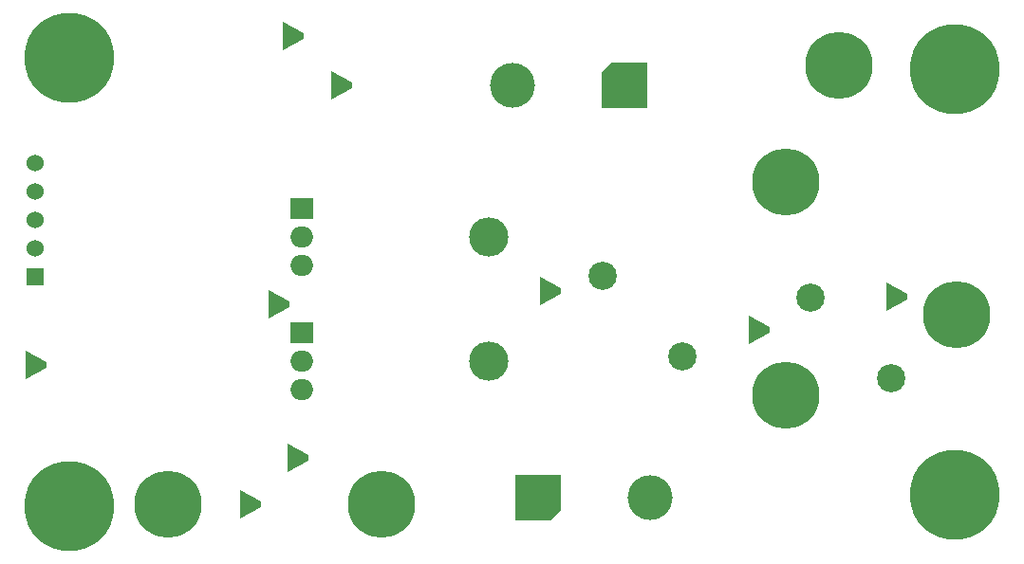
<source format=gbr>
%TF.GenerationSoftware,KiCad,Pcbnew,6.0.4*%
%TF.CreationDate,2022-07-27T16:30:25-04:00*%
%TF.ProjectId,verter,76657274-6572-42e6-9b69-6361645f7063,rev?*%
%TF.SameCoordinates,Original*%
%TF.FileFunction,Soldermask,Bot*%
%TF.FilePolarity,Negative*%
%FSLAX46Y46*%
G04 Gerber Fmt 4.6, Leading zero omitted, Abs format (unit mm)*
G04 Created by KiCad (PCBNEW 6.0.4) date 2022-07-27 16:30:25*
%MOMM*%
%LPD*%
G01*
G04 APERTURE LIST*
G04 Aperture macros list*
%AMOutline4P*
0 Free polygon, 4 corners , with rotation*
0 The origin of the aperture is its center*
0 number of corners: always 4*
0 $1 to $8 corner X, Y*
0 $9 Rotation angle, in degrees counterclockwise*
0 create outline with 4 corners*
4,1,4,$1,$2,$3,$4,$5,$6,$7,$8,$1,$2,$9*%
%AMOutline5P*
0 Free polygon, 5 corners , with rotation*
0 The origin of the aperture is its center*
0 number of corners: always 5*
0 $1 to $10 corner X, Y*
0 $11 Rotation angle, in degrees counterclockwise*
0 create outline with 5 corners*
4,1,5,$1,$2,$3,$4,$5,$6,$7,$8,$9,$10,$1,$2,$11*%
%AMOutline6P*
0 Free polygon, 6 corners , with rotation*
0 The origin of the aperture is its center*
0 number of corners: always 6*
0 $1 to $12 corner X, Y*
0 $13 Rotation angle, in degrees counterclockwise*
0 create outline with 6 corners*
4,1,6,$1,$2,$3,$4,$5,$6,$7,$8,$9,$10,$11,$12,$1,$2,$13*%
%AMOutline7P*
0 Free polygon, 7 corners , with rotation*
0 The origin of the aperture is its center*
0 number of corners: always 7*
0 $1 to $14 corner X, Y*
0 $15 Rotation angle, in degrees counterclockwise*
0 create outline with 7 corners*
4,1,7,$1,$2,$3,$4,$5,$6,$7,$8,$9,$10,$11,$12,$13,$14,$1,$2,$15*%
%AMOutline8P*
0 Free polygon, 8 corners , with rotation*
0 The origin of the aperture is its center*
0 number of corners: always 8*
0 $1 to $16 corner X, Y*
0 $17 Rotation angle, in degrees counterclockwise*
0 create outline with 8 corners*
4,1,8,$1,$2,$3,$4,$5,$6,$7,$8,$9,$10,$11,$12,$13,$14,$15,$16,$1,$2,$17*%
G04 Aperture macros list end*
%ADD10C,8.000000*%
%ADD11C,6.000000*%
%ADD12Outline4P,-0.912000X-1.262000X0.912000X-0.262000X0.912000X0.262000X-0.912000X1.262000X0.000000*%
%ADD13R,1.524000X1.524000*%
%ADD14C,1.524000*%
%ADD15C,2.524000*%
%ADD16O,3.500000X3.500000*%
%ADD17R,2.000000X1.905000*%
%ADD18O,2.000000X1.905000*%
%ADD19C,4.000000*%
%ADD20Outline5P,-2.000000X1.200000X-1.200000X2.000000X2.000000X2.000000X2.000000X-2.000000X-2.000000X-2.000000X0.000000*%
%ADD21Outline5P,-2.000000X1.200000X-1.200000X2.000000X2.000000X2.000000X2.000000X-2.000000X-2.000000X-2.000000X180.000000*%
G04 APERTURE END LIST*
D10*
%TO.C,M1*%
X105000000Y-105000000D03*
%TD*%
D11*
%TO.C,BN2*%
X168900000Y-116100000D03*
X168900000Y-135150000D03*
%TD*%
D10*
%TO.C,M2*%
X184000000Y-144000000D03*
%TD*%
D12*
%TO.C,t3bat-1*%
X125450000Y-140750000D03*
%TD*%
%TO.C,t12hbout1*%
X178850000Y-126350000D03*
%TD*%
%TO.C,t2vdda1*%
X125000000Y-103000000D03*
%TD*%
D13*
%TO.C,cn1*%
X101986000Y-124540000D03*
D14*
X101986000Y-122000000D03*
X101986000Y-119460000D03*
X101986000Y-116920000D03*
X101986000Y-114380000D03*
%TD*%
D12*
%TO.C,t1*%
X102000000Y-132460000D03*
%TD*%
%TO.C,t4bat+1*%
X121200000Y-144900000D03*
%TD*%
D10*
%TO.C,M3*%
X184000000Y-106000000D03*
%TD*%
D15*
%TO.C,L1*%
X152550000Y-124450000D03*
X159734205Y-131634205D03*
%TD*%
D11*
%TO.C,BN3*%
X113850000Y-144850000D03*
X132900000Y-144850000D03*
%TD*%
D16*
%TO.C,U2*%
X142430000Y-132100000D03*
D17*
X125770000Y-129560000D03*
D18*
X125770000Y-132100000D03*
X125770000Y-134640000D03*
%TD*%
D19*
%TO.C,C6*%
X144550000Y-107450000D03*
D20*
X154550000Y-107450000D03*
%TD*%
D12*
%TO.C,t6higate1*%
X129340000Y-107460000D03*
%TD*%
%TO.C,t5lo_gate1*%
X123750000Y-127000000D03*
%TD*%
%TO.C,t8hbf1*%
X166550000Y-129250000D03*
%TD*%
D16*
%TO.C,U1*%
X142430000Y-121000000D03*
D17*
X125770000Y-118460000D03*
D18*
X125770000Y-121000000D03*
X125770000Y-123540000D03*
%TD*%
D15*
%TO.C,L2*%
X171115795Y-126415795D03*
X178300000Y-133600000D03*
%TD*%
D12*
%TO.C,t7hbc1*%
X147950000Y-125800000D03*
%TD*%
D11*
%TO.C,BN1*%
X173650000Y-105650000D03*
%TD*%
%TO.C,BNOut4*%
X184200000Y-127900000D03*
%TD*%
D19*
%TO.C,C7*%
X156800000Y-144300000D03*
D21*
X146800000Y-144300000D03*
%TD*%
D10*
%TO.C,M4*%
X105000000Y-145000000D03*
%TD*%
M02*

</source>
